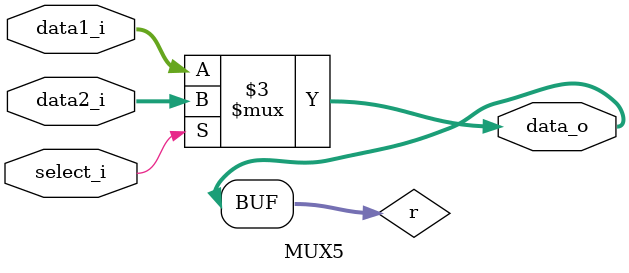
<source format=v>
module MUX5
(
	data1_i,
	data2_i,
	select_i,
	data_o
);

input [4:0] data1_i,data2_i;
input select_i;
output [4:0] data_o;

reg [4:0] r;

assign data_o=r;

always@(data1_i or data2_i or select_i)begin
	case(select_i)
		1:r<=data2_i;
		default:r<=data1_i;
	endcase
end

endmodule

</source>
